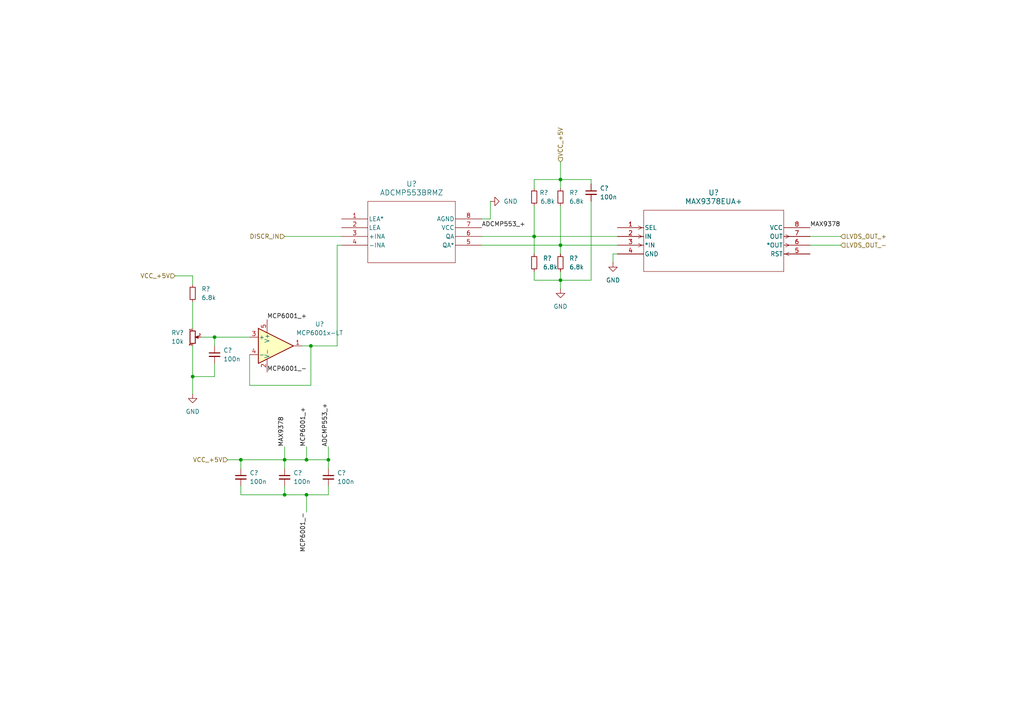
<source format=kicad_sch>
(kicad_sch (version 20231120) (generator "eeschema") (generator_version "8.0")
  (paper "A4")
  (lib_symbols
    (symbol "2025-07-15_21-54-00:ADCMP553BRMZ" (pin_names (offset 0.254))
      (property "Reference" "U" (at 20.32 10.16 0))
      (property "Value" "ADCMP553BRMZ" (at 20.32 7.62 0))
      (symbol "ADCMP553BRMZ_0_1"
        (polyline (pts (xy 7.62 -12.7) (xy 33.02 -12.7)) (stroke (width 0.127)))
        (polyline (pts (xy 7.62 5.08) (xy 7.62 -12.7)) (stroke (width 0.127)))
        (polyline (pts (xy 33.02 -12.7) (xy 33.02 5.08)) (stroke (width 0.127)))
        (polyline (pts (xy 33.02 5.08) (xy 7.62 5.08)) (stroke (width 0.127)))
        (pin unspecified line (at 0 0 0) (length 7.62) (name "LEA*") (number "1"))
        (pin unspecified line (at 0 -2.54 0) (length 7.62) (name "LEA") (number "2"))
        (pin unspecified line (at 0 -5.08 0) (length 7.62) (name "+INA") (number "3"))
        (pin unspecified line (at 0 -7.62 0) (length 7.62) (name "-INA") (number "4"))
        (pin unspecified line (at 40.64 -7.62 180) (length 7.62) (name "QA*") (number "5"))
        (pin unspecified line (at 40.64 -5.08 180) (length 7.62) (name "QA") (number "6"))
        (pin power_in line (at 40.64 -2.54 180) (length 7.62) (name "VCC") (number "7"))
        (pin unspecified line (at 40.64 0 180) (length 7.62) (name "AGND") (number "8"))
      )
    )
    (symbol "2025-07-15_22-21-52:MAX9378EUA+" (pin_names (offset 0.254))
      (property "Reference" "U" (at 27.94 10.16 0))
      (property "Value" "MAX9378EUA+" (at 27.94 7.62 0))
      (symbol "MAX9378EUA+_0_1"
        (polyline (pts (xy 7.0993 -5.08) (xy 6.0579 -5.6007)) (stroke (width 0.127)))
        (polyline (pts (xy 7.0993 -5.08) (xy 6.0579 -4.5593)) (stroke (width 0.127)))
        (polyline (pts (xy 7.0993 -2.54) (xy 6.0579 -3.0607)) (stroke (width 0.127)))
        (polyline (pts (xy 7.0993 -2.54) (xy 6.0579 -2.0193)) (stroke (width 0.127)))
        (polyline (pts (xy 7.0993 0) (xy 6.0579 -0.5207)) (stroke (width 0.127)))
        (polyline (pts (xy 7.0993 0) (xy 6.0579 0.5207)) (stroke (width 0.127)))
        (polyline (pts (xy 7.62 -12.7) (xy 48.26 -12.7)) (stroke (width 0.127)))
        (polyline (pts (xy 7.62 5.08) (xy 7.62 -12.7)) (stroke (width 0.127)))
        (polyline (pts (xy 48.26 -12.7) (xy 48.26 5.08)) (stroke (width 0.127)))
        (polyline (pts (xy 48.26 5.08) (xy 7.62 5.08)) (stroke (width 0.127)))
        (polyline (pts (xy 48.7807 -7.62) (xy 49.8221 -8.1407)) (stroke (width 0.127)))
        (polyline (pts (xy 48.7807 -7.62) (xy 49.8221 -7.0993)) (stroke (width 0.127)))
        (polyline (pts (xy 48.7807 -5.6007) (xy 49.8221 -5.08)) (stroke (width 0.127)))
        (polyline (pts (xy 48.7807 -4.5593) (xy 49.8221 -5.08)) (stroke (width 0.127)))
        (polyline (pts (xy 48.7807 -3.0607) (xy 49.8221 -2.54)) (stroke (width 0.127)))
        (polyline (pts (xy 48.7807 -2.0193) (xy 49.8221 -2.54)) (stroke (width 0.127)))
        (pin input line (at 0 0 0) (length 7.62) (name "SEL") (number "1"))
        (pin input line (at 0 -2.54 0) (length 7.62) (name "IN") (number "2"))
        (pin input line (at 0 -5.08 0) (length 7.62) (name "*IN") (number "3"))
        (pin power_in line (at 0 -7.62 0) (length 7.62) (name "GND") (number "4"))
        (pin input line (at 55.88 -7.62 180) (length 7.62) (name "RST") (number "5"))
        (pin output line (at 55.88 -5.08 180) (length 7.62) (name "*OUT") (number "6"))
        (pin output line (at 55.88 -2.54 180) (length 7.62) (name "OUT") (number "7"))
        (pin power_in line (at 55.88 0 180) (length 7.62) (name "VCC") (number "8"))
      )
    )
    (symbol "Amplifier_Operational:MCP6001x-LT" (pin_names (offset 0.127))
      (property "Reference" "U" (at -1.27 6.35 0))
      (property "Value" "MCP6001x-LT" (at -1.27 3.81 0))
      (symbol "MCP6001x-LT_0_1"
        (polyline (pts (xy -5.08 5.08) (xy 5.08 0) (xy -5.08 -5.08) (xy -5.08 5.08)) (stroke (width 0.254)) (fill (type background)))
        (pin power_in line (at -2.54 -7.62 90) (length 3.81) (name "V-") (number "2"))
        (pin power_in line (at -2.54 7.62 270) (length 3.81) (name "V+") (number "5"))
      )
      (symbol "MCP6001x-LT_1_1"
        (pin output line (at 7.62 0 180) (length 2.54) (name "~") (number "1"))
        (pin input line (at -7.62 2.54 0) (length 2.54) (name "+") (number "3"))
        (pin input line (at -7.62 -2.54 0) (length 2.54) (name "-") (number "4"))
      )
    )
    (symbol "Device:C_Small" (pin_numbers hide) (pin_names (offset 0.254) hide)
      (property "Reference" "C" (at 0.254 1.778 0))
      (property "Value" "C_Small" (at 0.254 -2.032 0))
      (symbol "C_Small_0_1"
        (polyline (pts (xy -1.524 -0.508) (xy 1.524 -0.508)) (stroke (width 0.3302)))
        (polyline (pts (xy -1.524 0.508) (xy 1.524 0.508)) (stroke (width 0.3048)))
      )
      (symbol "C_Small_1_1"
        (pin passive line (at 0 2.54 270) (length 2.032) (name "~") (number "1"))
        (pin passive line (at 0 -2.54 90) (length 2.032) (name "~") (number "2"))
      )
    )
    (symbol "Device:R_Potentiometer_Small" (pin_names (offset 1.016) hide)
      (property "Reference" "RV" (at -4.445 0 90))
      (property "Value" "R_Potentiometer_Small" (at -2.54 0 90))
      (symbol "R_Potentiometer_Small_0_1"
        (polyline (pts (xy 0.889 0) (xy 0.635 0) (xy 1.651 0.381) (xy 1.651 -0.381) (xy 0.635 0) (xy 0.889 0)) (fill (type outline)))
        (rectangle (start 0.762 1.8034) (end -0.762 -1.8034) (stroke (width 0.254)))
      )
      (symbol "R_Potentiometer_Small_1_1"
        (pin passive line (at 0 2.54 270) (length 0.635) (name "1") (number "1"))
        (pin passive line (at 2.54 0 180) (length 0.9906) (name "2") (number "2"))
        (pin passive line (at 0 -2.54 90) (length 0.635) (name "3") (number "3"))
      )
    )
    (symbol "Device:R_Small" (pin_numbers hide) (pin_names (offset 0.254) hide)
      (property "Reference" "R" (at 0.762 0.508 0))
      (property "Value" "R_Small" (at 0.762 -1.016 0))
      (symbol "R_Small_0_1"
        (rectangle (start -0.762 1.778) (end 0.762 -1.778) (stroke (width 0.2032)))
      )
      (symbol "R_Small_1_1"
        (pin passive line (at 0 2.54 270) (length 0.762) (name "~") (number "1"))
        (pin passive line (at 0 -2.54 90) (length 0.762) (name "~") (number "2"))
      )
    )
    (symbol "power:GND" (power) (pin_numbers hide) (pin_names (offset 0) hide)
      (property "Value" "GND" (at 0 -3.81 0))
      (symbol "GND_0_1"
        (polyline (pts (xy 0 0) (xy 0 -1.27) (xy 1.27 -1.27) (xy 0 -2.54) (xy -1.27 -1.27) (xy 0 -1.27)))
      )
      (symbol "GND_1_1"
        (pin power_in line (at 0 0 270) (length 0) (name "~") (number "1"))
      )
    )
  )
  (junction (at 62.23 97.79))
  (junction (at 154.94 68.58))
  (junction (at 90.17 100.33))
  (junction (at 88.9 133.35))
  (junction (at 55.88 109.22))
  (junction (at 95.25 133.35))
  (junction (at 82.55 143.51))
  (junction (at 162.56 81.28))
  (junction (at 162.56 52.07))
  (junction (at 69.85 133.35))
  (junction (at 88.9 143.51))
  (junction (at 162.56 71.12))
  (junction (at 82.55 133.35))
  (wire (pts (xy 88.9 148.59) (xy 88.9 143.51)))
  (wire (pts (xy 62.23 105.41) (xy 62.23 109.22)))
  (wire (pts (xy 97.79 71.12) (xy 99.06 71.12)))
  (wire (pts (xy 95.25 129.54) (xy 95.25 133.35)))
  (wire (pts (xy 69.85 135.89) (xy 69.85 133.35)))
  (wire (pts (xy 139.7 68.58) (xy 154.94 68.58)))
  (wire (pts (xy 72.39 111.76) (xy 90.17 111.76)))
  (wire (pts (xy 55.88 82.55) (xy 55.88 80.01)))
  (wire (pts (xy 90.17 111.76) (xy 90.17 100.33)))
  (wire (pts (xy 82.55 68.58) (xy 99.06 68.58)))
  (wire (pts (xy 154.94 81.28) (xy 162.56 81.28)))
  (wire (pts (xy 87.63 100.33) (xy 90.17 100.33)))
  (wire (pts (xy 62.23 97.79) (xy 62.23 100.33)))
  (wire (pts (xy 50.8 80.01) (xy 55.88 80.01)))
  (wire (pts (xy 177.8 73.66) (xy 177.8 76.2)))
  (wire (pts (xy 69.85 133.35) (xy 82.55 133.35)))
  (wire (pts (xy 162.56 46.99) (xy 162.56 52.07)))
  (wire (pts (xy 162.56 52.07) (xy 154.94 52.07)))
  (wire (pts (xy 62.23 97.79) (xy 72.39 97.79)))
  (wire (pts (xy 82.55 129.54) (xy 82.55 133.35)))
  (wire (pts (xy 234.95 71.12) (xy 243.84 71.12)))
  (wire (pts (xy 171.45 81.28) (xy 162.56 81.28)))
  (wire (pts (xy 154.94 68.58) (xy 154.94 73.66)))
  (wire (pts (xy 82.55 133.35) (xy 88.9 133.35)))
  (wire (pts (xy 171.45 52.07) (xy 162.56 52.07)))
  (wire (pts (xy 95.25 133.35) (xy 95.25 135.89)))
  (wire (pts (xy 162.56 81.28) (xy 162.56 83.82)))
  (wire (pts (xy 139.7 71.12) (xy 162.56 71.12)))
  (wire (pts (xy 154.94 68.58) (xy 179.07 68.58)))
  (wire (pts (xy 69.85 140.97) (xy 69.85 143.51)))
  (wire (pts (xy 162.56 71.12) (xy 162.56 73.66)))
  (wire (pts (xy 66.04 133.35) (xy 69.85 133.35)))
  (wire (pts (xy 97.79 71.12) (xy 97.79 100.33)))
  (wire (pts (xy 179.07 73.66) (xy 177.8 73.66)))
  (wire (pts (xy 95.25 143.51) (xy 95.25 140.97)))
  (wire (pts (xy 82.55 140.97) (xy 82.55 143.51)))
  (wire (pts (xy 88.9 133.35) (xy 95.25 133.35)))
  (wire (pts (xy 88.9 129.54) (xy 88.9 133.35)))
  (wire (pts (xy 154.94 78.74) (xy 154.94 81.28)))
  (wire (pts (xy 88.9 143.51) (xy 95.25 143.51)))
  (wire (pts (xy 55.88 87.63) (xy 55.88 95.25)))
  (wire (pts (xy 154.94 52.07) (xy 154.94 54.61)))
  (wire (pts (xy 162.56 59.69) (xy 162.56 71.12)))
  (wire (pts (xy 55.88 109.22) (xy 55.88 114.3)))
  (wire (pts (xy 69.85 143.51) (xy 82.55 143.51)))
  (wire (pts (xy 162.56 81.28) (xy 162.56 78.74)))
  (wire (pts (xy 171.45 58.42) (xy 171.45 81.28)))
  (wire (pts (xy 82.55 133.35) (xy 82.55 135.89)))
  (wire (pts (xy 97.79 100.33) (xy 90.17 100.33)))
  (wire (pts (xy 139.7 63.5) (xy 142.24 63.5)))
  (wire (pts (xy 171.45 53.34) (xy 171.45 52.07)))
  (wire (pts (xy 82.55 143.51) (xy 88.9 143.51)))
  (wire (pts (xy 162.56 71.12) (xy 179.07 71.12)))
  (wire (pts (xy 55.88 100.33) (xy 55.88 109.22)))
  (wire (pts (xy 142.24 58.42) (xy 142.24 63.5)))
  (wire (pts (xy 234.95 68.58) (xy 243.84 68.58)))
  (wire (pts (xy 58.42 97.79) (xy 62.23 97.79)))
  (wire (pts (xy 162.56 54.61) (xy 162.56 52.07)))
  (wire (pts (xy 55.88 109.22) (xy 62.23 109.22)))
  (wire (pts (xy 154.94 59.69) (xy 154.94 68.58)))
  (wire (pts (xy 72.39 102.87) (xy 72.39 111.76)))
  (label "MCP6001_+" (at 88.9 129.54 90))
  (label "MCP6001_-" (at 88.9 148.59 270))
  (label "MCP6001_-" (at 77.47 107.95 0))
  (label "MAX9378" (at 234.95 66.04 0))
  (label "MAX9378" (at 82.55 129.54 90))
  (label "ADCMP553_+" (at 95.25 129.54 90))
  (label "MCP6001_+" (at 77.47 92.71 0))
  (label "ADCMP553_+" (at 139.7 66.04 0))
  (hierarchical_label "LVDS_OUT_+" (shape input) (at 243.84 68.58 0))
  (hierarchical_label "DISCR_IN" (shape input) (at 82.55 68.58 180))
  (hierarchical_label "LVDS_OUT_-" (shape input) (at 243.84 71.12 0))
  (hierarchical_label "VCC_+5V" (shape input) (at 50.8 80.01 180))
  (hierarchical_label "VCC_+5V" (shape input) (at 66.04 133.35 180))
  (hierarchical_label "VCC_+5V" (shape input) (at 162.56 46.99 90))
  (symbol (lib_id "Device:R_Small") (at 162.56 76.2 0) (unit 1)
    (property "Reference" "R?" (at 165.1 74.9299 0) (effects (justify left)))
    (property "Value" "6.8k" (at 165.1 77.4699 0) (effects (justify left)))
    (property "Description" "Resistor, small symbol" (effects (hide yes)))
  )
  (symbol (lib_id "Device:R_Small") (at 154.94 76.2 0) (unit 1)
    (property "Reference" "R?" (at 157.48 74.9299 0) (effects (justify left)))
    (property "Value" "6.8k" (at 157.48 77.4699 0) (effects (justify left)))
    (property "Description" "Resistor, small symbol" (effects (hide yes)))
  )
  (symbol (lib_id "Device:C_Small") (at 82.55 138.43 0) (unit 1)
    (property "Reference" "C?" (at 85.09 137.1662 0) (effects (justify left)))
    (property "Value" "100n" (at 85.09 139.7062 0) (effects (justify left)))
    (property "Description" "Unpolarized capacitor, small symbol" (effects (hide yes)))
  )
  (symbol (lib_id "power:GND") (at 142.24 58.42 90) (unit 1)
    (property "Reference" "#PWR025" (effects (hide yes)))
    (property "Value" "GND" (at 146.05 58.4199 90) (effects (justify right)))
    (property "Description" "Power symbol creates a global label with name \"GND\" , ground" (effects (hide yes)))
  )
  (symbol (lib_id "Device:R_Potentiometer_Small") (at 55.88 97.79 0) (unit 1)
    (property "Reference" "RV?" (at 53.34 96.5199 0) (effects (justify right)))
    (property "Value" "10k" (at 53.34 99.0599 0) (effects (justify right)))
    (property "Description" "Potentiometer" (effects (hide yes)))
  )
  (symbol (lib_id "Device:C_Small") (at 69.85 138.43 0) (unit 1)
    (property "Reference" "C?" (at 72.39 137.1662 0) (effects (justify left)))
    (property "Value" "100n" (at 72.39 139.7062 0) (effects (justify left)))
    (property "Description" "Unpolarized capacitor, small symbol" (effects (hide yes)))
  )
  (symbol (lib_id "Amplifier_Operational:MCP6001x-LT") (at 80.01 100.33 0) (unit 1)
    (property "Reference" "U?" (at 92.71 94.0114 0))
    (property "Value" "MCP6001x-LT" (at 92.71 96.5514 0))
    (property "Footprint" "Package_TO_SOT_SMD:SOT-353_SC-70-5" (effects (hide yes)))
    (property "Datasheet" "https://ww1.microchip.com/downloads/en/DeviceDoc/MCP6001-1R-1U-2-4-1-MHz-Low-Power-Op-Amp-DS20001733L.pdf" (effects (hide yes)))
    (property "Description" "1 MHz, Low-Power Op Amp, SC-70-5" (effects (hide yes)))
  )
  (symbol (lib_id "2025-07-15_22-21-52:MAX9378EUA+") (at 179.07 66.04 0) (unit 1)
    (property "Reference" "U?" (at 207.01 55.88 0) (effects (font (size 1.524 1.524))))
    (property "Value" "MAX9378EUA+" (at 207.01 58.42 0) (effects (font (size 1.524 1.524))))
    (property "Footprint" "21-0036K" (effects (hide yes)))
    (property "Datasheet" "MAX9378EUA+" (effects (hide yes)))
  )
  (symbol (lib_id "Device:R_Small") (at 162.56 57.15 0) (unit 1)
    (property "Reference" "R?" (at 165.1 55.8799 0) (effects (justify left)))
    (property "Value" "6.8k" (at 165.1 58.4199 0) (effects (justify left)))
    (property "Description" "Resistor, small symbol" (effects (hide yes)))
  )
  (symbol (lib_id "Device:C_Small") (at 95.25 138.43 0) (unit 1)
    (property "Reference" "C?" (at 97.79 137.1662 0) (effects (justify left)))
    (property "Value" "100n" (at 97.79 139.7062 0) (effects (justify left)))
    (property "Description" "Unpolarized capacitor, small symbol" (effects (hide yes)))
  )
  (symbol (lib_id "Device:C_Small") (at 171.45 55.88 0) (unit 1)
    (property "Reference" "C?" (at 173.99 54.6162 0) (effects (justify left)))
    (property "Value" "100n" (at 173.99 57.1562 0) (effects (justify left)))
    (property "Description" "Unpolarized capacitor, small symbol" (effects (hide yes)))
  )
  (symbol (lib_id "Device:C_Small") (at 62.23 102.87 0) (unit 1)
    (property "Reference" "C?" (at 64.77 101.6062 0) (effects (justify left)))
    (property "Value" "100n" (at 64.77 104.1462 0) (effects (justify left)))
    (property "Description" "Unpolarized capacitor, small symbol" (effects (hide yes)))
  )
  (symbol (lib_id "power:GND") (at 55.88 114.3 0) (unit 1)
    (property "Reference" "#PWR028" (effects (hide yes)))
    (property "Value" "GND" (at 55.88 119.38 0))
    (property "Description" "Power symbol creates a global label with name \"GND\" , ground" (effects (hide yes)))
  )
  (symbol (lib_id "2025-07-15_21-54-00:ADCMP553BRMZ") (at 99.06 63.5 0) (unit 1)
    (property "Reference" "U?" (at 119.38 53.34 0) (effects (font (size 1.524 1.524))))
    (property "Value" "ADCMP553BRMZ" (at 119.38 55.88 0) (effects (font (size 1.524 1.524))))
    (property "Footprint" "RM_8_ADI" (effects (hide yes)))
    (property "Datasheet" "https://www.analog.com/media/en/technical-documentation/data-sheets/ADCMP551_552_553.pdf" (effects (hide yes)))
  )
  (symbol (lib_id "power:GND") (at 162.56 83.82 0) (unit 1)
    (property "Reference" "#PWR026" (effects (hide yes)))
    (property "Value" "GND" (at 162.56 88.9 0))
    (property "Description" "Power symbol creates a global label with name \"GND\" , ground" (effects (hide yes)))
  )
  (symbol (lib_id "power:GND") (at 177.8 76.2 0) (unit 1)
    (property "Reference" "#PWR027" (effects (hide yes)))
    (property "Value" "GND" (at 177.8 81.28 0))
    (property "Description" "Power symbol creates a global label with name \"GND\" , ground" (effects (hide yes)))
  )
  (symbol (lib_id "Device:R_Small") (at 154.94 57.15 0) (unit 1)
    (property "Reference" "R?" (at 156.464 55.88 0) (effects (justify left)))
    (property "Value" "6.8k" (at 156.718 58.42 0) (effects (justify left)))
    (property "Description" "Resistor, small symbol" (effects (hide yes)))
  )
  (symbol (lib_id "Device:R_Small") (at 55.88 85.09 0) (unit 1)
    (property "Reference" "R?" (at 58.42 83.8199 0) (effects (justify left)))
    (property "Value" "6.8k" (at 58.42 86.3599 0) (effects (justify left)))
    (property "Description" "Resistor, small symbol" (effects (hide yes)))
  )
)
</source>
